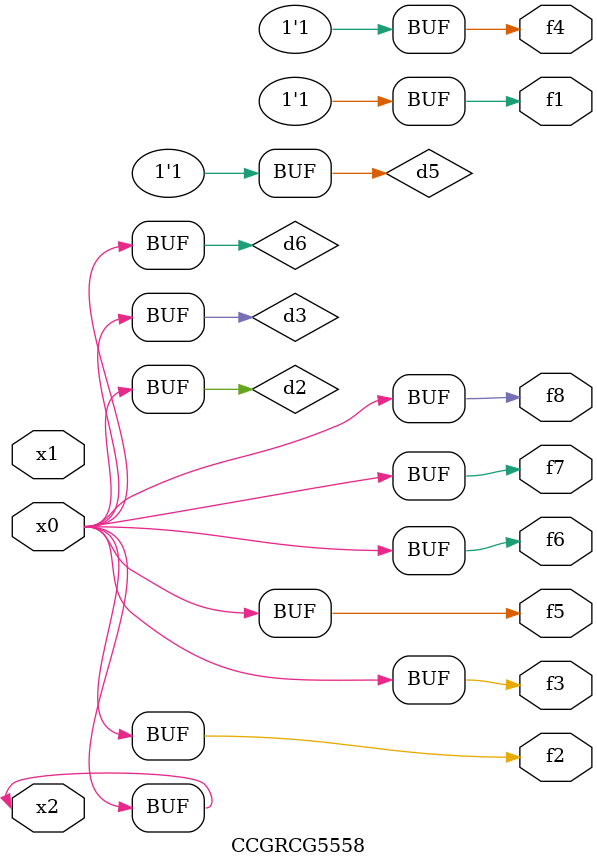
<source format=v>
module CCGRCG5558(
	input x0, x1, x2,
	output f1, f2, f3, f4, f5, f6, f7, f8
);

	wire d1, d2, d3, d4, d5, d6;

	xnor (d1, x2);
	buf (d2, x0, x2);
	and (d3, x0);
	xnor (d4, x1, x2);
	nand (d5, d1, d3);
	buf (d6, d2, d3);
	assign f1 = d5;
	assign f2 = d6;
	assign f3 = d6;
	assign f4 = d5;
	assign f5 = d6;
	assign f6 = d6;
	assign f7 = d6;
	assign f8 = d6;
endmodule

</source>
